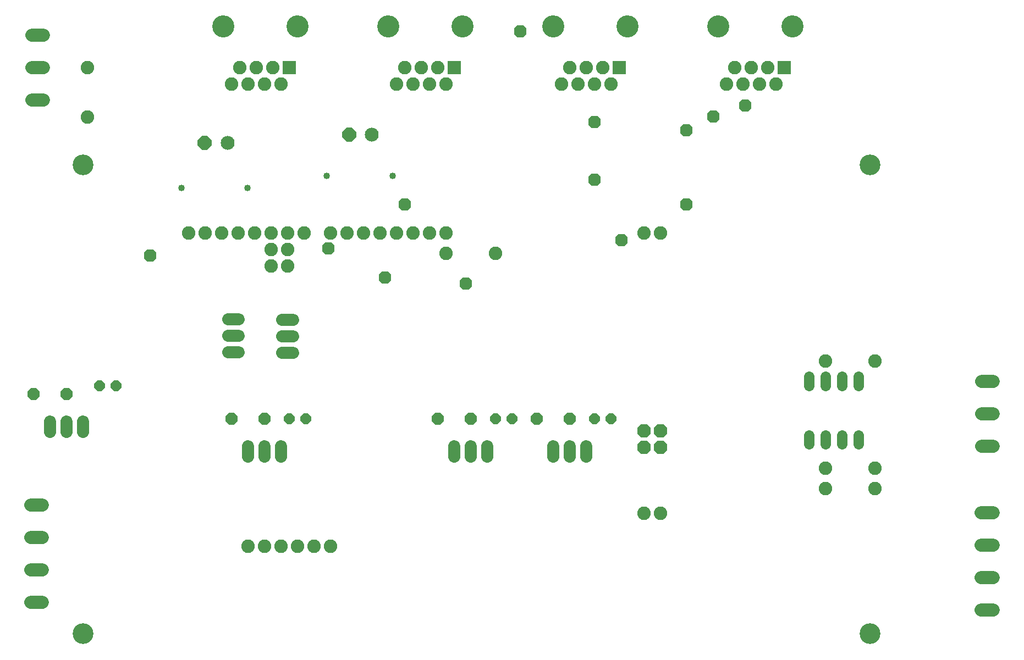
<source format=gts>
G75*
%MOIN*%
%OFA0B0*%
%FSLAX25Y25*%
%IPPOS*%
%LPD*%
%AMOC8*
5,1,8,0,0,1.08239X$1,22.5*
%
%ADD10C,0.12611*%
%ADD11C,0.08200*%
%ADD12R,0.08200X0.08200*%
%ADD13C,0.13398*%
%ADD14OC8,0.08200*%
%ADD15C,0.08400*%
%ADD16OC8,0.08400*%
%ADD17OC8,0.07100*%
%ADD18OC8,0.06400*%
%ADD19C,0.04000*%
%ADD20C,0.07200*%
%ADD21C,0.06400*%
%ADD22C,0.07900*%
%ADD23OC8,0.07556*%
D10*
X0177044Y0125970D03*
X0177044Y0410616D03*
X0653816Y0410616D03*
X0653816Y0125970D03*
D11*
X0656965Y0214100D03*
X0656965Y0226600D03*
X0626965Y0226600D03*
X0626965Y0214100D03*
X0526965Y0199100D03*
X0516965Y0199100D03*
X0626965Y0291600D03*
X0656965Y0291600D03*
X0526965Y0369100D03*
X0516965Y0369100D03*
X0426965Y0356895D03*
X0396965Y0356895D03*
X0396965Y0369100D03*
X0386965Y0369100D03*
X0376965Y0369100D03*
X0366965Y0369100D03*
X0356965Y0369100D03*
X0346965Y0369100D03*
X0336965Y0369100D03*
X0326965Y0369100D03*
X0310965Y0369100D03*
X0300965Y0369100D03*
X0290965Y0369100D03*
X0280965Y0369100D03*
X0270965Y0369100D03*
X0260965Y0369100D03*
X0250965Y0369100D03*
X0240965Y0369100D03*
X0290965Y0359100D03*
X0300965Y0359100D03*
X0300965Y0349100D03*
X0290965Y0349100D03*
X0179465Y0439395D03*
X0179465Y0469395D03*
X0266965Y0459395D03*
X0276965Y0459395D03*
X0286965Y0459395D03*
X0296965Y0459395D03*
X0291965Y0469395D03*
X0281965Y0469395D03*
X0271965Y0469395D03*
X0366965Y0459395D03*
X0376965Y0459395D03*
X0386965Y0459395D03*
X0396965Y0459395D03*
X0391965Y0469395D03*
X0381965Y0469395D03*
X0371965Y0469395D03*
X0466965Y0459395D03*
X0476965Y0459395D03*
X0486965Y0459395D03*
X0496965Y0459395D03*
X0491965Y0469395D03*
X0481965Y0469395D03*
X0471965Y0469395D03*
X0566965Y0459395D03*
X0576965Y0459395D03*
X0586965Y0459395D03*
X0581965Y0469395D03*
X0571965Y0469395D03*
X0591965Y0469395D03*
X0596965Y0459395D03*
X0326965Y0179100D03*
X0316965Y0179100D03*
X0306965Y0179100D03*
X0296965Y0179100D03*
X0286965Y0179100D03*
X0276965Y0179100D03*
D12*
X0301965Y0469395D03*
X0401965Y0469395D03*
X0501965Y0469395D03*
X0601965Y0469395D03*
D13*
X0606965Y0494395D03*
X0561965Y0494395D03*
X0506965Y0494395D03*
X0461965Y0494395D03*
X0406965Y0494395D03*
X0361965Y0494395D03*
X0306965Y0494395D03*
X0261965Y0494395D03*
D14*
X0516965Y0249100D03*
X0526965Y0249100D03*
X0526965Y0239100D03*
X0516965Y0239100D03*
D15*
X0264465Y0423805D03*
X0351965Y0428805D03*
D16*
X0338215Y0428805D03*
X0250715Y0423805D03*
D17*
X0166965Y0271600D03*
X0146965Y0271600D03*
X0266965Y0256600D03*
X0286965Y0256600D03*
X0391965Y0256600D03*
X0411965Y0256600D03*
X0451965Y0256600D03*
X0471965Y0256600D03*
D18*
X0486965Y0256600D03*
X0496965Y0256600D03*
X0436965Y0256600D03*
X0426965Y0256600D03*
X0311965Y0256600D03*
X0301965Y0256600D03*
X0196965Y0276600D03*
X0186965Y0276600D03*
D19*
X0236670Y0396600D03*
X0276670Y0396600D03*
X0324465Y0403805D03*
X0364465Y0403805D03*
D20*
X0304165Y0316600D02*
X0297765Y0316600D01*
X0297765Y0306600D02*
X0304165Y0306600D01*
X0304165Y0296600D02*
X0297765Y0296600D01*
X0271415Y0296895D02*
X0265015Y0296895D01*
X0265015Y0306895D02*
X0271415Y0306895D01*
X0271415Y0316895D02*
X0265015Y0316895D01*
X0176965Y0254800D02*
X0176965Y0248400D01*
X0166965Y0248400D02*
X0166965Y0254800D01*
X0156965Y0254800D02*
X0156965Y0248400D01*
X0276965Y0239800D02*
X0276965Y0233400D01*
X0286965Y0233400D02*
X0286965Y0239800D01*
X0296965Y0239800D02*
X0296965Y0233400D01*
X0401965Y0233400D02*
X0401965Y0239800D01*
X0411965Y0239800D02*
X0411965Y0233400D01*
X0421965Y0233400D02*
X0421965Y0239800D01*
X0461965Y0239800D02*
X0461965Y0233400D01*
X0471965Y0233400D02*
X0471965Y0239800D01*
X0481965Y0239800D02*
X0481965Y0233400D01*
D21*
X0616965Y0241000D02*
X0616965Y0246600D01*
X0626965Y0246600D02*
X0626965Y0241000D01*
X0636965Y0241000D02*
X0636965Y0246600D01*
X0646965Y0246600D02*
X0646965Y0241000D01*
X0646965Y0276600D02*
X0646965Y0282200D01*
X0636965Y0282200D02*
X0636965Y0276600D01*
X0626965Y0276600D02*
X0626965Y0282200D01*
X0616965Y0282200D02*
X0616965Y0276600D01*
D22*
X0721486Y0279080D02*
X0728586Y0279080D01*
X0728586Y0259395D02*
X0721486Y0259395D01*
X0721486Y0239710D02*
X0728586Y0239710D01*
X0728507Y0199553D02*
X0721407Y0199553D01*
X0721407Y0179868D02*
X0728507Y0179868D01*
X0728507Y0160183D02*
X0721407Y0160183D01*
X0721407Y0140498D02*
X0728507Y0140498D01*
X0152436Y0145053D02*
X0145336Y0145053D01*
X0145336Y0164738D02*
X0152436Y0164738D01*
X0152436Y0184423D02*
X0145336Y0184423D01*
X0145336Y0204108D02*
X0152436Y0204108D01*
X0152936Y0449710D02*
X0145836Y0449710D01*
X0145836Y0469395D02*
X0152936Y0469395D01*
X0152936Y0489080D02*
X0145836Y0489080D01*
D23*
X0325715Y0359725D03*
X0360090Y0342225D03*
X0408840Y0338475D03*
X0371965Y0386600D03*
X0486965Y0401600D03*
X0486965Y0436600D03*
X0542590Y0431600D03*
X0558840Y0439725D03*
X0578215Y0446600D03*
X0542590Y0386600D03*
X0503215Y0364725D03*
X0441965Y0491600D03*
X0217590Y0355350D03*
M02*

</source>
